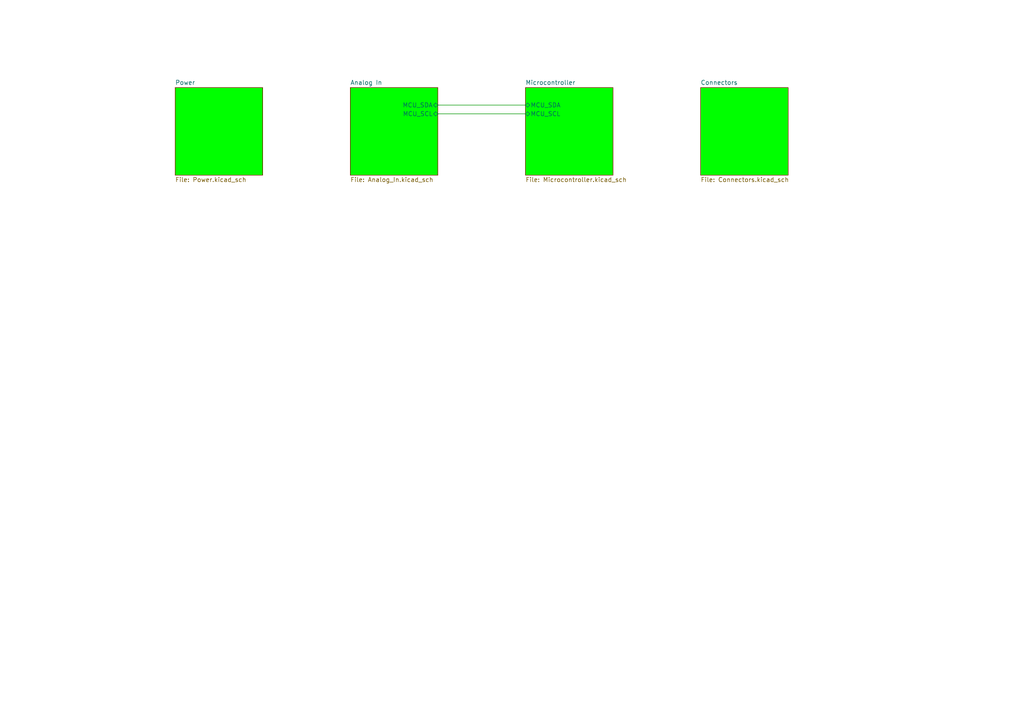
<source format=kicad_sch>
(kicad_sch (version 20211123) (generator eeschema)
  (paper "A4")
  (lib_symbols)
  (wire (pts (xy 127 33.02) (xy 152.4 33.02)))
  (wire (pts (xy 127 30.48) (xy 152.4 30.48)))
  (sheet (at 101.6 25.4) (size 25.4 25.4) (stroke (width 0.1524)) (fill (color 0 255 0 1.0000))
    (property "Sheet name" "Analog In" (at 101.6 24.6884 0) (effects (justify left bottom)))
    (property "Sheet file" "Analog_In.kicad_sch" (at 101.6 51.3846 0) (effects (justify left top)))
    (pin "MCU_SDA" bidirectional (at 127 30.48 0))
    (pin "MCU_SCL" tri_state (at 127 33.02 0))
  )
  (sheet (at 203.2 25.4) (size 25.4 25.4) (stroke (width 0.1524)) (fill (color 0 255 0 1.0000))
    (property "Sheet name" "Connectors" (at 203.2 24.6884 0) (effects (justify left bottom)))
    (property "Sheet file" "Connectors.kicad_sch" (at 203.2 51.3846 0) (effects (justify left top)))
  )
  (sheet (at 50.8 25.4) (size 25.4 25.4) (stroke (width 0.1524)) (fill (color 0 255 0 1.0000))
    (property "Sheet name" "Power" (at 50.8 24.6884 0) (effects (justify left bottom)))
    (property "Sheet file" "Power.kicad_sch" (at 50.8 51.3846 0) (effects (justify left top)))
  )
  (sheet (at 152.4 25.4) (size 25.4 25.4) (stroke (width 0.1524)) (fill (color 0 255 0 1.0000))
    (property "Sheet name" "Microcontroller" (at 152.4 24.6884 0) (effects (justify left bottom)))
    (property "Sheet file" "Microcontroller.kicad_sch" (at 152.4 51.3846 0) (effects (justify left top)))
    (pin "MCU_SCL" tri_state (at 152.4 33.02 180))
    (pin "MCU_SDA" bidirectional (at 152.4 30.48 180))
  )
)
</source>
